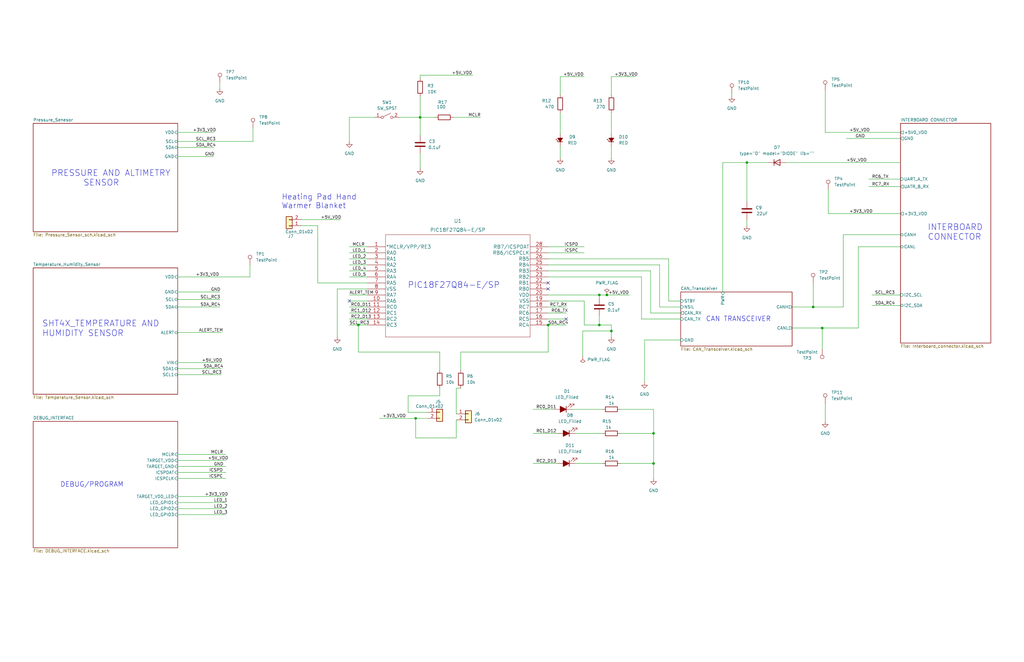
<source format=kicad_sch>
(kicad_sch (version 20211123) (generator eeschema)
  (paper "B")
  (title_block (title "ColodaroCUBE Payloads") (date "2022-01-26"))
  (lib_symbols
    (symbol "2022-01-25_01-41-04:PIC18F27Q84-E{slash}SP" (pin_names (offset 0.254))
      (property "Reference" "U" (at 38.1 10.16 0))
      (property "Value" "PIC18F27Q84-E{slash}SP" (at 38.1 7.62 0))
      (symbol "PIC18F27Q84-E{slash}SP_1_1"
        (polyline (pts (xy 7.62 -38.1) (xy 68.58 -38.1)) (stroke (width 0.127)))
        (polyline (pts (xy 7.62 5.08) (xy 7.62 -38.1)) (stroke (width 0.127)))
        (polyline (pts (xy 68.58 -38.1) (xy 68.58 5.08)) (stroke (width 0.127)))
        (polyline (pts (xy 68.58 5.08) (xy 7.62 5.08)) (stroke (width 0.127)))
        (pin bidirectional line (at 0 0 0) (length 7.62) (name "*MCLR/VPP/RE3") (number "1"))
        (pin bidirectional line (at 0 -22.86 0) (length 7.62) (name "RA6") (number "10"))
        (pin bidirectional line (at 0 -25.4 0) (length 7.62) (name "RC0") (number "11"))
        (pin bidirectional line (at 0 -27.94 0) (length 7.62) (name "RC1") (number "12"))
        (pin bidirectional line (at 0 -30.48 0) (length 7.62) (name "RC2") (number "13"))
        (pin bidirectional line (at 0 -33.02 0) (length 7.62) (name "RC3") (number "14"))
        (pin bidirectional line (at 76.2 -33.02 180) (length 7.62) (name "RC4") (number "15"))
        (pin bidirectional line (at 76.2 -30.48 180) (length 7.62) (name "RC5") (number "16"))
        (pin bidirectional line (at 76.2 -27.94 180) (length 7.62) (name "RC6") (number "17"))
        (pin bidirectional line (at 76.2 -25.4 180) (length 7.62) (name "RC7") (number "18"))
        (pin power_in line (at 76.2 -22.86 180) (length 7.62) (name "VSS") (number "19"))
        (pin bidirectional line (at 0 -2.54 0) (length 7.62) (name "RA0") (number "2"))
        (pin power_in line (at 76.2 -20.32 180) (length 7.62) (name "VDD") (number "20"))
        (pin bidirectional line (at 76.2 -17.78 180) (length 7.62) (name "RB0") (number "21"))
        (pin bidirectional line (at 76.2 -15.24 180) (length 7.62) (name "RB1") (number "22"))
        (pin bidirectional line (at 76.2 -12.7 180) (length 7.62) (name "RB2") (number "23"))
        (pin bidirectional line (at 76.2 -10.16 180) (length 7.62) (name "RB3") (number "24"))
        (pin bidirectional line (at 76.2 -7.62 180) (length 7.62) (name "RB4") (number "25"))
        (pin bidirectional line (at 76.2 -5.08 180) (length 7.62) (name "RB5") (number "26"))
        (pin bidirectional line (at 76.2 -2.54 180) (length 7.62) (name "RB6/ICSPCLK") (number "27"))
        (pin bidirectional line (at 76.2 0 180) (length 7.62) (name "RB7/ICSPDAT") (number "28"))
        (pin bidirectional line (at 0 -5.08 0) (length 7.62) (name "RA1") (number "3"))
        (pin bidirectional line (at 0 -7.62 0) (length 7.62) (name "RA2") (number "4"))
        (pin bidirectional line (at 0 -10.16 0) (length 7.62) (name "RA3") (number "5"))
        (pin bidirectional line (at 0 -12.7 0) (length 7.62) (name "RA4") (number "6"))
        (pin bidirectional line (at 0 -15.24 0) (length 7.62) (name "RA5") (number "7"))
        (pin power_in line (at 0 -17.78 0) (length 7.62) (name "VSS") (number "8"))
        (pin bidirectional line (at 0 -20.32 0) (length 7.62) (name "RA7") (number "9"))
      )
    )
    (symbol "Connector:TestPoint" (pin_numbers hide) (pin_names (offset 0.762) hide)
      (property "Reference" "TP" (at 0 6.858 0))
      (property "Value" "TestPoint" (at 0 5.08 0))
      (symbol "TestPoint_0_1"
        (circle (center 0 3.302) (radius 0.762))
      )
      (symbol "TestPoint_1_1"
        (pin passive line (at 0 0 90) (length 2.54) (name "1") (number "1"))
      )
    )
    (symbol "Connector_Generic:Conn_01x02" (pin_names (offset 1.016) hide)
      (property "Reference" "J" (at 0 2.54 0))
      (property "Value" "Conn_01x02" (at 0 -5.08 0))
      (symbol "Conn_01x02_1_1"
        (rectangle (start -1.27 -2.413) (end 0 -2.667) (stroke (width 0.1524)))
        (rectangle (start -1.27 0.127) (end 0 -0.127) (stroke (width 0.1524)))
        (rectangle (start -1.27 1.27) (end 1.27 -3.81) (stroke (width 0.254)) (fill (type background)))
        (pin passive line (at -5.08 0 0) (length 3.81) (name "Pin_1") (number "1"))
        (pin passive line (at -5.08 -2.54 0) (length 3.81) (name "Pin_2") (number "2"))
      )
    )
    (symbol "Device:C" (pin_numbers hide) (pin_names (offset 0.254))
      (property "Reference" "C" (at 0.635 2.54 0))
      (property "Value" "C" (at 0.635 -2.54 0))
      (symbol "C_0_1"
        (polyline (pts (xy -2.032 -0.762) (xy 2.032 -0.762)) (stroke (width 0.508)))
        (polyline (pts (xy -2.032 0.762) (xy 2.032 0.762)) (stroke (width 0.508)))
      )
      (symbol "C_1_1"
        (pin passive line (at 0 3.81 270) (length 2.794) (name "~") (number "1"))
        (pin passive line (at 0 -3.81 90) (length 2.794) (name "~") (number "2"))
      )
    )
    (symbol "Device:LED_Filled" (pin_numbers hide) (pin_names (offset 1.016) hide)
      (property "Reference" "D" (at 0 2.54 0))
      (property "Value" "LED_Filled" (at 0 -2.54 0))
      (symbol "LED_Filled_0_1"
        (polyline (pts (xy -1.27 -1.27) (xy -1.27 1.27)) (stroke (width 0.254)))
        (polyline (pts (xy -1.27 0) (xy 1.27 0)))
        (polyline (pts (xy 1.27 -1.27) (xy 1.27 1.27) (xy -1.27 0) (xy 1.27 -1.27)) (stroke (width 0.254)) (fill (type outline)))
        (polyline (pts (xy -3.048 -0.762) (xy -4.572 -2.286) (xy -3.81 -2.286) (xy -4.572 -2.286) (xy -4.572 -1.524)))
        (polyline (pts (xy -1.778 -0.762) (xy -3.302 -2.286) (xy -2.54 -2.286) (xy -3.302 -2.286) (xy -3.302 -1.524)))
      )
      (symbol "LED_Filled_1_1"
        (pin passive line (at -3.81 0 0) (length 2.54) (name "K") (number "1"))
        (pin passive line (at 3.81 0 180) (length 2.54) (name "A") (number "2"))
      )
    )
    (symbol "Device:LED_Small_Filled" (pin_numbers hide) (pin_names (offset 0.254) hide)
      (property "Reference" "D" (at -1.27 3.175 0))
      (property "Value" "LED_Small_Filled" (at -4.445 -2.54 0))
      (symbol "LED_Small_Filled_0_1"
        (polyline (pts (xy -0.762 -1.016) (xy -0.762 1.016)) (stroke (width 0.254)))
        (polyline (pts (xy 1.016 0) (xy -0.762 0)))
        (polyline (pts (xy 0.762 -1.016) (xy -0.762 0) (xy 0.762 1.016) (xy 0.762 -1.016)) (stroke (width 0.254)) (fill (type outline)))
        (polyline (pts (xy 0 0.762) (xy -0.508 1.27) (xy -0.254 1.27) (xy -0.508 1.27) (xy -0.508 1.016)))
        (polyline (pts (xy 0.508 1.27) (xy 0 1.778) (xy 0.254 1.778) (xy 0 1.778) (xy 0 1.524)))
      )
      (symbol "LED_Small_Filled_1_1"
        (pin passive line (at -2.54 0 0) (length 1.778) (name "K") (number "1"))
        (pin passive line (at 2.54 0 180) (length 1.778) (name "A") (number "2"))
      )
    )
    (symbol "Device:R" (pin_numbers hide) (pin_names (offset 0))
      (property "Reference" "R" (at 2.032 0 90))
      (property "Value" "R" (at 0 0 90))
      (symbol "R_0_1"
        (rectangle (start -1.016 -2.54) (end 1.016 2.54) (stroke (width 0.254)))
      )
      (symbol "R_1_1"
        (pin passive line (at 0 3.81 270) (length 1.27) (name "~") (number "1"))
        (pin passive line (at 0 -3.81 90) (length 1.27) (name "~") (number "2"))
      )
    )
    (symbol "Simulation_SPICE:DIODE" (pin_numbers hide) (pin_names (offset 1.016) hide)
      (property "Reference" "D" (at 0 2.54 0))
      (property "Value" "DIODE" (at 0 -2.54 0))
      (symbol "DIODE_0_1"
        (polyline (pts (xy 1.27 0) (xy -1.27 0)))
        (polyline (pts (xy 1.27 1.27) (xy 1.27 -1.27)) (stroke (width 0.254)))
        (polyline (pts (xy -1.27 -1.27) (xy -1.27 1.27) (xy 1.27 0) (xy -1.27 -1.27)) (stroke (width 0.254)))
      )
      (symbol "DIODE_1_1"
        (pin passive line (at -3.81 0 0) (length 2.54) (name "A") (number "1"))
        (pin passive line (at 3.81 0 180) (length 2.54) (name "K") (number "2"))
      )
    )
    (symbol "Switch:SW_SPST" (pin_names (offset 0) hide)
      (property "Reference" "SW" (at 0 3.175 0))
      (property "Value" "SW_SPST" (at 0 -2.54 0))
      (symbol "SW_SPST_0_0"
        (circle (center -2.032 0) (radius 0.508))
        (polyline (pts (xy -1.524 0.254) (xy 1.524 1.778)))
        (circle (center 2.032 0) (radius 0.508))
      )
      (symbol "SW_SPST_1_1"
        (pin passive line (at -5.08 0 0) (length 2.54) (name "A") (number "1"))
        (pin passive line (at 5.08 0 180) (length 2.54) (name "B") (number "2"))
      )
    )
    (symbol "power:GND" (power) (pin_names (offset 0))
      (property "Value" "GND" (at 0 -3.81 0))
      (symbol "GND_0_1"
        (polyline (pts (xy 0 0) (xy 0 -1.27) (xy 1.27 -1.27) (xy 0 -2.54) (xy -1.27 -1.27) (xy 0 -1.27)))
      )
      (symbol "GND_1_1"
        (pin power_in line (at 0 0 270) (length 0) hide (name "GND") (number "1"))
      )
    )
    (symbol "power:PWR_FLAG" (power) (pin_numbers hide) (pin_names (offset 0) hide)
      (property "Value" "PWR_FLAG" (at 0 3.81 0))
      (symbol "PWR_FLAG_0_0"
        (pin power_out line (at 0 0 90) (length 0) (name "pwr") (number "1"))
      )
      (symbol "PWR_FLAG_0_1"
        (polyline (pts (xy 0 0) (xy 0 1.27) (xy -1.016 1.905) (xy 0 2.54) (xy 1.016 1.905) (xy 0 1.27)))
      )
    )
  )
  (junction (at 275.59 195.58))
  (junction (at 177.165 49.53))
  (junction (at 255.905 124.46))
  (junction (at 275.59 182.88))
  (junction (at 252.73 137.16))
  (junction (at 342.9 129.54))
  (junction (at 252.73 124.46))
  (junction (at 257.81 139.7))
  (junction (at 151.13 137.16))
  (junction (at 175.26 176.53))
  (junction (at 346.71 138.43))
  (junction (at 314.96 68.58))
  (junction (at 231.14 137.16))
  (no_connect (at 231.14 119.38))
  (no_connect (at 231.14 121.92))
  (no_connect (at 238.76 134.62))
  (no_connect (at 147.32 127))
  (wire (pts (xy 366.395 75.565) (xy 379.73 75.565)))
  (wire (pts (xy 127 95.25) (xy 133.985 95.25)))
  (wire (pts (xy 177.165 49.53) (xy 183.515 49.53)))
  (wire (pts (xy 74.93 126.365) (xy 92.71 126.365)))
  (wire (pts (xy 278.13 111.76) (xy 278.13 129.54)))
  (wire (pts (xy 355.6 99.06) (xy 355.6 129.54)))
  (wire (pts (xy 192.405 163.83) (xy 194.31 163.83)))
  (wire (pts (xy 74.93 201.93) (xy 95.25 201.93)))
  (wire (pts (xy 175.26 176.53) (xy 180.34 176.53)))
  (wire (pts (xy 147.32 132.08) (xy 154.94 132.08)))
  (wire (pts (xy 147.32 127) (xy 154.94 127)))
  (wire (pts (xy 74.93 209.55) (xy 95.25 209.55)))
  (wire (pts (xy 367.665 128.905) (xy 379.73 128.905)))
  (wire (pts (xy 231.14 104.14) (xy 246.38 104.14)))
  (wire (pts (xy 74.93 199.39) (xy 95.25 199.39)))
  (wire (pts (xy 192.405 177.165) (xy 192.405 184.785)))
  (wire (pts (xy 231.14 114.3) (xy 274.32 114.3)))
  (wire (pts (xy 147.32 116.84) (xy 154.94 116.84)))
  (wire (pts (xy 304.8 68.58) (xy 304.8 123.19)))
  (wire (pts (xy 236.22 40.005) (xy 236.22 32.385)))
  (wire (pts (xy 242.57 182.88) (xy 254 182.88)))
  (wire (pts (xy 342.9 119.38) (xy 342.9 129.54)))
  (wire (pts (xy 74.93 212.09) (xy 95.25 212.09)))
  (wire (pts (xy 224.79 195.58) (xy 234.95 195.58)))
  (wire (pts (xy 274.32 132.08) (xy 287.02 132.08)))
  (wire (pts (xy 185.42 156.21) (xy 185.42 148.59)))
  (wire (pts (xy 255.905 124.46) (xy 265.43 124.46)))
  (wire (pts (xy 192.405 174.625) (xy 192.405 163.83)))
  (wire (pts (xy 192.405 184.785) (xy 175.26 184.785)))
  (wire (pts (xy 177.165 64.77) (xy 177.165 71.12)))
  (wire (pts (xy 133.985 95.25) (xy 133.985 119.38)))
  (wire (pts (xy 231.14 106.68) (xy 246.38 106.68)))
  (wire (pts (xy 224.79 172.72) (xy 233.68 172.72)))
  (wire (pts (xy 257.81 47.625) (xy 257.81 56.515)))
  (wire (pts (xy 74.93 217.17) (xy 95.25 217.17)))
  (wire (pts (xy 367.665 124.46) (xy 379.73 124.46)))
  (wire (pts (xy 236.22 47.625) (xy 236.22 56.515)))
  (wire (pts (xy 349.25 90.17) (xy 379.73 90.17)))
  (wire (pts (xy 281.94 109.22) (xy 281.94 127)))
  (wire (pts (xy 281.94 127) (xy 287.02 127)))
  (wire (pts (xy 177.165 31.75) (xy 199.39 31.75)))
  (wire (pts (xy 349.25 80.01) (xy 349.25 90.17)))
  (wire (pts (xy 356.87 58.42) (xy 379.73 58.42)))
  (wire (pts (xy 275.59 182.88) (xy 275.59 195.58)))
  (wire (pts (xy 177.165 33.02) (xy 177.165 31.75)))
  (wire (pts (xy 147.32 137.16) (xy 151.13 137.16)))
  (wire (pts (xy 147.32 114.3) (xy 154.94 114.3)))
  (wire (pts (xy 151.13 148.59) (xy 151.13 137.16)))
  (wire (pts (xy 257.81 137.16) (xy 252.73 137.16)))
  (wire (pts (xy 177.165 49.53) (xy 177.165 57.15)))
  (wire (pts (xy 74.93 129.54) (xy 92.71 129.54)))
  (wire (pts (xy 257.81 61.595) (xy 257.81 66.675)))
  (wire (pts (xy 231.14 129.54) (xy 238.76 129.54)))
  (wire (pts (xy 275.59 195.58) (xy 275.59 201.93)))
  (wire (pts (xy 151.13 137.16) (xy 154.94 137.16)))
  (wire (pts (xy 74.93 59.69) (xy 106.68 59.69)))
  (wire (pts (xy 74.93 55.88) (xy 90.17 55.88)))
  (wire (pts (xy 74.93 191.77) (xy 95.25 191.77)))
  (wire (pts (xy 231.14 137.16) (xy 238.76 137.16)))
  (wire (pts (xy 261.62 172.72) (xy 275.59 172.72)))
  (wire (pts (xy 346.71 138.43) (xy 346.71 147.32)))
  (wire (pts (xy 147.32 124.46) (xy 154.94 124.46)))
  (wire (pts (xy 261.62 182.88) (xy 275.59 182.88)))
  (wire (pts (xy 270.51 134.62) (xy 287.02 134.62)))
  (wire (pts (xy 172.085 173.99) (xy 180.34 173.99)))
  (wire (pts (xy 147.32 134.62) (xy 154.94 134.62)))
  (wire (pts (xy 105.41 111.76) (xy 105.41 116.84)))
  (wire (pts (xy 242.57 195.58) (xy 254 195.58)))
  (wire (pts (xy 274.32 114.3) (xy 274.32 132.08)))
  (wire (pts (xy 142.24 121.92) (xy 142.24 142.24)))
  (wire (pts (xy 231.14 134.62) (xy 238.76 134.62)))
  (wire (pts (xy 347.98 55.88) (xy 379.73 55.88)))
  (wire (pts (xy 231.14 127) (xy 246.38 127)))
  (wire (pts (xy 246.38 127) (xy 246.38 137.16)))
  (wire (pts (xy 261.62 195.58) (xy 275.59 195.58)))
  (wire (pts (xy 257.81 32.385) (xy 267.97 32.385)))
  (wire (pts (xy 147.32 129.54) (xy 154.94 129.54)))
  (wire (pts (xy 194.31 148.59) (xy 231.14 148.59)))
  (wire (pts (xy 231.14 109.22) (xy 281.94 109.22)))
  (wire (pts (xy 224.79 182.88) (xy 234.95 182.88)))
  (wire (pts (xy 74.93 66.04) (xy 90.17 66.04)))
  (wire (pts (xy 74.93 158.115) (xy 93.345 158.115)))
  (wire (pts (xy 74.93 140.335) (xy 93.345 140.335)))
  (wire (pts (xy 127 92.71) (xy 143.51 92.71)))
  (wire (pts (xy 346.71 138.43) (xy 361.95 138.43)))
  (wire (pts (xy 361.95 104.14) (xy 361.95 138.43)))
  (wire (pts (xy 236.22 61.595) (xy 236.22 66.675)))
  (wire (pts (xy 74.93 196.85) (xy 95.25 196.85)))
  (wire (pts (xy 355.6 99.06) (xy 379.73 99.06)))
  (wire (pts (xy 185.42 163.83) (xy 185.42 167.005)))
  (wire (pts (xy 158.115 49.53) (xy 147.32 49.53)))
  (wire (pts (xy 245.745 150.495) (xy 245.745 139.7)))
  (wire (pts (xy 74.93 62.23) (xy 90.17 62.23)))
  (wire (pts (xy 278.13 129.54) (xy 287.02 129.54)))
  (wire (pts (xy 194.31 156.21) (xy 194.31 148.59)))
  (wire (pts (xy 304.8 68.58) (xy 314.96 68.58)))
  (wire (pts (xy 314.96 92.71) (xy 314.96 95.25)))
  (wire (pts (xy 231.14 116.84) (xy 270.51 116.84)))
  (wire (pts (xy 185.42 167.005) (xy 172.085 167.005)))
  (wire (pts (xy 168.275 49.53) (xy 177.165 49.53)))
  (wire (pts (xy 257.81 139.7) (xy 257.81 142.24)))
  (wire (pts (xy 231.14 124.46) (xy 252.73 124.46)))
  (wire (pts (xy 366.395 78.74) (xy 379.73 78.74)))
  (wire (pts (xy 147.32 49.53) (xy 147.32 59.69)))
  (wire (pts (xy 147.32 109.22) (xy 154.94 109.22)))
  (wire (pts (xy 231.14 132.08) (xy 238.76 132.08)))
  (wire (pts (xy 361.95 104.14) (xy 379.73 104.14)))
  (wire (pts (xy 175.26 184.785) (xy 175.26 176.53)))
  (wire (pts (xy 347.98 38.1) (xy 347.98 55.88)))
  (wire (pts (xy 92.71 34.925) (xy 92.71 37.465)))
  (wire (pts (xy 270.51 116.84) (xy 270.51 134.62)))
  (wire (pts (xy 252.73 124.46) (xy 252.73 125.73)))
  (wire (pts (xy 334.01 129.54) (xy 342.9 129.54)))
  (wire (pts (xy 308.61 39.37) (xy 308.61 40.64)))
  (wire (pts (xy 314.96 68.58) (xy 314.96 85.09)))
  (wire (pts (xy 74.93 116.84) (xy 105.41 116.84)))
  (wire (pts (xy 74.93 194.31) (xy 95.25 194.31)))
  (wire (pts (xy 74.93 155.575) (xy 93.345 155.575)))
  (wire (pts (xy 147.32 106.68) (xy 154.94 106.68)))
  (wire (pts (xy 106.68 53.975) (xy 106.68 59.69)))
  (wire (pts (xy 257.81 137.16) (xy 257.81 139.7)))
  (wire (pts (xy 142.24 121.92) (xy 154.94 121.92)))
  (wire (pts (xy 241.3 172.72) (xy 254 172.72)))
  (wire (pts (xy 347.98 170.18) (xy 347.98 177.8)))
  (wire (pts (xy 257.81 40.005) (xy 257.81 32.385)))
  (wire (pts (xy 271.78 143.51) (xy 271.78 161.29)))
  (wire (pts (xy 252.73 133.35) (xy 252.73 137.16)))
  (wire (pts (xy 185.42 148.59) (xy 151.13 148.59)))
  (wire (pts (xy 231.14 111.76) (xy 278.13 111.76)))
  (wire (pts (xy 236.22 32.385) (xy 246.38 32.385)))
  (wire (pts (xy 252.73 124.46) (xy 255.905 124.46)))
  (wire (pts (xy 133.985 119.38) (xy 154.94 119.38)))
  (wire (pts (xy 275.59 172.72) (xy 275.59 182.88)))
  (wire (pts (xy 74.93 153.035) (xy 93.345 153.035)))
  (wire (pts (xy 231.14 148.59) (xy 231.14 137.16)))
  (wire (pts (xy 177.165 40.64) (xy 177.165 49.53)))
  (wire (pts (xy 147.32 104.14) (xy 154.94 104.14)))
  (wire (pts (xy 271.78 143.51) (xy 287.02 143.51)))
  (wire (pts (xy 147.32 111.76) (xy 154.94 111.76)))
  (wire (pts (xy 74.93 214.63) (xy 95.25 214.63)))
  (wire (pts (xy 245.745 139.7) (xy 257.81 139.7)))
  (wire (pts (xy 314.96 68.58) (xy 323.85 68.58)))
  (wire (pts (xy 172.085 167.005) (xy 172.085 173.99)))
  (wire (pts (xy 342.9 129.54) (xy 355.6 129.54)))
  (wire (pts (xy 246.38 137.16) (xy 252.73 137.16)))
  (wire (pts (xy 160.02 176.53) (xy 175.26 176.53)))
  (wire (pts (xy 331.47 68.58) (xy 379.73 68.58)))
  (wire (pts (xy 334.01 138.43) (xy 346.71 138.43)))
  (wire (pts (xy 191.135 49.53) (xy 202.565 49.53)))
  (wire (pts (xy 74.93 123.19) (xy 92.71 123.19)))
  (text "PRESSURE AND ALTIMETRY \n       SENSOR" (at 21.59 78.74 0) (effects (font (size 2.54 2.54)) (justify left bottom)))
  (text "PIC18F27Q84-E/SP" (at 210.82 121.92 180) (effects (font (size 2.54 2.54)) (justify right bottom)))
  (text "DEBUG/PROGRAM" (at 25.4 205.74 0) (effects (font (size 2.032 2.032)) (justify left bottom)))
  (text "Heating Pad Hand \nWarmer Blanket " (at 118.745 88.265 0) (effects (font (size 2.286 2.286)) (justify left bottom)))
  (text "CAN TRANSCEIVER" (at 325.12 135.89 180) (effects (font (size 2.032 2.032)) (justify right bottom)))
  (text "INTERBOARD \nCONNECTOR" (at 391.16 101.6 0) (effects (font (size 2.54 2.54)) (justify left bottom)))
  (text "SHT4X_TEMPERATURE AND\nHUMIDITY SENSOR" (at 17.78 142.24 0) (effects (font (size 2.54 2.54)) (justify left bottom)))
  (label "LED_1" (at 148.59 106.68 0))
  (label "RC0_D11" (at 226.06 172.72 0))
  (label "RC7_RX" (at 367.665 78.74 0))
  (label "RC7_RX" (at 231.775 129.54 0))
  (label "LED_3" (at 148.59 111.76 0))
  (label "SDA_RC4" (at 82.55 62.23 0))
  (label "RC0_D11" (at 147.955 129.54 0))
  (label "SCL_RC3" (at 368.935 124.46 0))
  (label "GND" (at 90.17 196.85 0))
  (label "+3V3_VDD" (at 81.28 55.88 0))
  (label "+5V_VDD" (at 190.5 31.75 0))
  (label "+5V_VDD" (at 237.49 32.385 0))
  (label "+5V_VDD" (at 135.255 92.71 0))
  (label "+5V_VDD" (at 356.87 68.58 0))
  (label "SCL_RC3" (at 84.455 126.365 0))
  (label "SCL_RC3" (at 85.09 158.115 0))
  (label "MCLR" (at 148.59 104.14 0))
  (label "ICSPD" (at 93.98 199.39 180))
  (label "LED_4" (at 148.59 114.3 0))
  (label "GND" (at 88.9 123.19 0))
  (label "+3V3_VDD" (at 358.14 90.17 0))
  (label "+5V_VDD" (at 256.54 124.46 0))
  (label "ICSPC" (at 93.98 201.93 180))
  (label "RC6_TX" (at 232.41 132.08 0))
  (label "SDA_RC4" (at 84.455 129.54 0))
  (label "RC1_D12" (at 147.955 132.08 0))
  (label "RC2_D13" (at 226.06 195.58 0))
  (label "GND" (at 360.68 58.42 0))
  (label "LED_2" (at 148.59 109.22 0))
  (label "+5V_VDD" (at 85.09 153.035 0))
  (label "+5V_VDD" (at 358.14 55.88 0))
  (label "SDA_RC4" (at 231.14 137.16 0))
  (label "MCLR" (at 197.485 49.53 0))
  (label "SDA_RC4" (at 368.935 128.905 0))
  (label "+3V3_VDD" (at 86.36 209.55 0))
  (label "MCLR" (at 88.9 191.77 0))
  (label "SCL_RC3" (at 147.32 137.16 0))
  (label "GND" (at 86.36 66.04 0))
  (label "LED_1" (at 90.17 212.09 0))
  (label "ICSPC" (at 243.84 106.68 180))
  (label "SDA_RC4" (at 85.725 155.575 0))
  (label "ALERT_TEM" (at 147.32 124.46 0))
  (label "SCL_RC3" (at 82.55 59.69 0))
  (label "RC1_D12" (at 226.06 182.88 0))
  (label "LED_5" (at 148.59 116.84 0))
  (label "RC6_TX" (at 367.665 75.565 0))
  (label "+5V_VDD" (at 87.63 194.31 0))
  (label "+3V3_VDD" (at 161.29 176.53 0))
  (label "RC2_D13" (at 147.955 134.62 0))
  (label "LED_2" (at 90.17 214.63 0))
  (label "LED_3" (at 90.17 217.17 0))
  (label "ALERT_TEM" (at 83.82 140.335 0))
  (label "ICSPD" (at 243.84 104.14 180))
  (label "+3V3_VDD" (at 82.55 116.84 0))
  (label "+3V3_VDD" (at 259.08 32.385 0))
  (symbol (lib_id "power:PWR_FLAG") (at 245.745 150.495 180) (unit 1)
    (property "Reference" "#FLG0104" (effects hide))
    (property "Value" "PWR_FLAG" (at 247.65 151.7649 0) (effects (justify right)))
  )
  (symbol (lib_id "Device:LED_Small_Filled") (at 257.81 59.055 90) (unit 1)
    (property "Reference" "D10" (at 262.89 57.785 90))
    (property "Value" "RED" (at 262.89 60.325 90))
    (property "Footprint" "LED_SMD:LED_1210_3225Metric_Pad1.42x2.65mm_HandSolder" (effects hide))
  )
  (symbol (lib_id "power:GND") (at 142.24 142.24 0) (unit 1)
    (property "Reference" "#PWR0102" (effects hide))
    (property "Value" "GND" (at 142.24 147.32 0))
  )
  (symbol (lib_id "Switch:SW_SPST") (at 163.195 49.53 0) (unit 1)
    (property "Reference" "SW1" (at 163.195 43.18 0))
    (property "Value" "SW_SPST" (at 163.195 45.72 0))
    (property "Footprint" "Button_Switch_SMD:SW_Push_SPST_NO_Alps_SKRK" (effects hide))
  )
  (symbol (lib_id "2022-01-25_01-41-04:PIC18F27Q84-E{slash}SP") (at 154.94 104.14 0) (unit 1)
    (property "Reference" "U1" (at 193.04 93.218 0) (effects (font (size 1.524 1.524))))
    (property "Value" "PIC18F27Q84-E/SP" (at 193.04 97.028 0) (effects (font (size 1.524 1.524))))
    (property "Footprint" "footprintsSP:PIC18F27Q84-E&slash_SP" (effects hide))
  )
  (symbol (lib_id "Connector:TestPoint") (at 106.68 53.975 0) (unit 1)
    (property "Reference" "TP8" (at 109.22 49.4029 0) (effects (justify left)))
    (property "Value" "TestPoint" (at 109.22 51.9429 0) (effects (justify left)))
    (property "Footprint" "TestPoint:TestPoint_2Pads_Pitch2.54mm_Drill0.8mm" (effects hide))
  )
  (symbol (lib_id "Device:LED_Small_Filled") (at 236.22 59.055 90) (unit 1)
    (property "Reference" "D9" (at 241.3 57.785 90))
    (property "Value" "RED" (at 241.3 60.325 90))
    (property "Footprint" "LED_SMD:LED_1210_3225Metric_Pad1.42x2.65mm_HandSolder" (effects hide))
  )
  (symbol (lib_id "Device:C") (at 314.96 88.9 180) (unit 1)
    (property "Reference" "C9" (at 321.31 87.63 0) (effects (justify left)))
    (property "Value" "22uF" (at 323.85 90.17 0) (effects (justify left)))
    (property "Footprint" "Capacitor_SMD:C_1210_3225Metric_Pad1.33x2.70mm_HandSolder" (effects hide))
    (property "Voltage" "25V" (effects hide))
    (property "Mfr. #" "CL10B104KA8NNNC" (effects hide))
    (property "Order" "https://www.digikey.com/product-detail/en/samsung-electro-mechanics/CL10B104KA8NNNC/1276-1006-1-ND/3889092" (effects hide))
  )
  (symbol (lib_id "Connector:TestPoint") (at 347.98 170.18 0) (unit 1)
    (property "Reference" "TP11" (at 350.52 165.6079 0) (effects (justify left)))
    (property "Value" "TestPoint" (at 350.52 168.1479 0) (effects (justify left)))
    (property "Footprint" "TestPoint:TestPoint_2Pads_Pitch2.54mm_Drill0.8mm" (effects hide))
  )
  (symbol (lib_id "power:GND") (at 314.96 95.25 0) (unit 1)
    (property "Reference" "#PWR04" (effects hide))
    (property "Value" "GND" (at 314.96 100.33 0))
  )
  (symbol (lib_id "Connector:TestPoint") (at 105.41 111.76 0) (unit 1)
    (property "Reference" "TP1" (at 107.95 107.1879 0) (effects (justify left)))
    (property "Value" "TestPoint" (at 107.95 109.7279 0) (effects (justify left)))
    (property "Footprint" "TestPoint:TestPoint_2Pads_Pitch2.54mm_Drill0.8mm" (effects hide))
  )
  (symbol (lib_id "Device:C") (at 177.165 60.96 180) (unit 1)
    (property "Reference" "C3" (at 183.515 59.69 0) (effects (justify left)))
    (property "Value" "0.1uF" (at 186.055 62.23 0) (effects (justify left)))
    (property "Footprint" "Capacitor_SMD:C_1210_3225Metric_Pad1.33x2.70mm_HandSolder" (effects hide))
    (property "Voltage" "25V" (effects hide))
    (property "Mfr. #" "CL10B104KA8NNNC" (effects hide))
    (property "Order" "https://www.digikey.com/product-detail/en/samsung-electro-mechanics/CL10B104KA8NNNC/1276-1006-1-ND/3889092" (effects hide))
  )
  (symbol (lib_id "Connector:TestPoint") (at 349.25 80.01 0) (unit 1)
    (property "Reference" "TP4" (at 351.79 75.4379 0) (effects (justify left)))
    (property "Value" "TestPoint" (at 351.79 77.9779 0) (effects (justify left)))
    (property "Footprint" "TestPoint:TestPoint_2Pads_Pitch2.54mm_Drill0.8mm" (effects hide))
  )
  (symbol (lib_id "Device:R") (at 257.81 195.58 90) (unit 1)
    (property "Reference" "R16" (at 259.08 190.5 90) (effects (justify left)))
    (property "Value" "1k" (at 259.08 193.04 90) (effects (justify left)))
    (property "Footprint" "Resistor_SMD:R_2010_5025Metric_Pad1.40x2.65mm_HandSolder" (effects hide))
  )
  (symbol (lib_id "power:GND") (at 92.71 37.465 0) (unit 1)
    (property "Reference" "#PWR06" (effects hide))
    (property "Value" "GND" (at 92.71 42.545 0))
  )
  (symbol (lib_id "power:GND") (at 347.98 177.8 0) (unit 1)
    (property "Reference" "#PWR0103" (effects hide))
    (property "Value" "GND" (at 347.98 182.88 0))
  )
  (symbol (lib_id "Device:LED_Filled") (at 238.76 195.58 180) (unit 1)
    (property "Reference" "D11" (at 240.3475 187.96 0))
    (property "Value" "LED_Filled" (at 240.3475 190.5 0))
    (property "Footprint" "LED_SMD:LED_2512_6332Metric_Pad1.52x3.35mm_HandSolder" (effects hide))
  )
  (symbol (lib_id "power:GND") (at 257.81 66.675 0) (unit 1)
    (property "Reference" "#PWR011" (effects hide))
    (property "Value" "GND" (at 257.81 71.755 0))
  )
  (symbol (lib_id "Connector:TestPoint") (at 347.98 38.1 0) (unit 1)
    (property "Reference" "TP5" (at 350.52 33.5279 0) (effects (justify left)))
    (property "Value" "TestPoint" (at 350.52 36.0679 0) (effects (justify left)))
    (property "Footprint" "TestPoint:TestPoint_2Pads_Pitch2.54mm_Drill0.8mm" (effects hide))
  )
  (symbol (lib_id "Device:R") (at 236.22 43.815 180) (unit 1)
    (property "Reference" "R12" (at 232.41 42.545 0) (effects (justify left)))
    (property "Value" "470" (at 233.68 45.085 0) (effects (justify left)))
    (property "Footprint" "Resistor_SMD:R_2010_5025Metric_Pad1.40x2.65mm_HandSolder" (effects hide))
  )
  (symbol (lib_id "Device:LED_Filled") (at 238.76 182.88 180) (unit 1)
    (property "Reference" "D8" (at 240.3475 175.26 0))
    (property "Value" "LED_Filled" (at 240.3475 177.8 0))
    (property "Footprint" "LED_SMD:LED_2512_6332Metric_Pad1.52x3.35mm_HandSolder" (effects hide))
  )
  (symbol (lib_id "power:GND") (at 275.59 201.93 0) (unit 1)
    (property "Reference" "#PWR012" (effects hide))
    (property "Value" "GND" (at 275.59 207.01 0))
  )
  (symbol (lib_id "Simulation_SPICE:DIODE") (at 327.66 68.58 180) (unit 1)
    (property "Reference" "D7" (at 327.66 62.23 0))
    (property "Value" "DIODE" (at 327.66 64.77 0))
    (property "Footprint" "Diode_SMD:D_2512_6332Metric_Pad1.52x3.35mm_HandSolder" (effects hide))
    (property "Spice_Netlist_Enabled" "Y" (effects hide))
    (property "Spice_Primitive" "D" (effects hide))
  )
  (symbol (lib_id "power:GND") (at 257.81 142.24 0) (unit 1)
    (property "Reference" "#PWR03" (effects hide))
    (property "Value" "GND" (at 257.81 147.32 0))
  )
  (symbol (lib_id "Connector_Generic:Conn_01x02") (at 185.42 173.99 0) (unit 1)
    (property "Reference" "J5" (at 183.515 169.545 0) (effects (justify left)))
    (property "Value" "Conn_01x02" (at 175.26 171.45 0) (effects (justify left)))
    (property "Footprint" "Connector_PinHeader_2.54mm:PinHeader_1x02_P2.54mm_Vertical" (effects hide))
  )
  (symbol (lib_id "Connector_Generic:Conn_01x02") (at 121.92 95.25 180) (unit 1)
    (property "Reference" "J7" (at 123.825 99.695 0) (effects (justify left)))
    (property "Value" "Conn_01x02" (at 132.08 97.79 0) (effects (justify left)))
    (property "Footprint" "Connector_PinHeader_2.54mm:PinHeader_1x02_P2.54mm_Vertical" (effects hide))
  )
  (symbol (lib_id "Device:R") (at 177.165 36.83 180) (unit 1)
    (property "Reference" "R3" (at 182.88 36.195 0) (effects (justify left)))
    (property "Value" "10K" (at 184.15 38.735 0) (effects (justify left)))
    (property "Footprint" "Resistor_SMD:R_2010_5025Metric_Pad1.40x2.65mm_HandSolder" (effects hide))
  )
  (symbol (lib_id "Device:R") (at 257.81 43.815 180) (unit 1)
    (property "Reference" "R13" (at 254 42.545 0) (effects (justify left)))
    (property "Value" "270" (at 255.27 45.085 0) (effects (justify left)))
    (property "Footprint" "Resistor_SMD:R_2010_5025Metric_Pad1.40x2.65mm_HandSolder" (effects hide))
  )
  (symbol (lib_id "Device:LED_Filled") (at 237.49 172.72 180) (unit 1)
    (property "Reference" "D1" (at 239.0775 165.1 0))
    (property "Value" "LED_Filled" (at 239.0775 167.64 0))
    (property "Footprint" "LED_SMD:LED_2512_6332Metric_Pad1.52x3.35mm_HandSolder" (effects hide))
  )
  (symbol (lib_id "Device:R") (at 257.81 172.72 90) (unit 1)
    (property "Reference" "R14" (at 259.08 167.64 90) (effects (justify left)))
    (property "Value" "1k" (at 259.08 170.18 90) (effects (justify left)))
    (property "Footprint" "Resistor_SMD:R_2010_5025Metric_Pad1.40x2.65mm_HandSolder" (effects hide))
  )
  (symbol (lib_id "Connector:TestPoint") (at 346.71 147.32 180) (unit 1)
    (property "Reference" "TP3" (at 340.36 151.13 0))
    (property "Value" "TestPoint" (at 340.36 148.59 0))
    (property "Footprint" "TestPoint:TestPoint_2Pads_Pitch2.54mm_Drill0.8mm" (effects hide))
  )
  (symbol (lib_id "Connector:TestPoint") (at 342.9 119.38 0) (unit 1)
    (property "Reference" "TP2" (at 345.44 114.8079 0) (effects (justify left)))
    (property "Value" "TestPoint" (at 345.44 117.3479 0) (effects (justify left)))
    (property "Footprint" "TestPoint:TestPoint_2Pads_Pitch2.54mm_Drill0.8mm" (effects hide))
  )
  (symbol (lib_id "Device:R") (at 194.31 160.02 0) (unit 1)
    (property "Reference" "R6" (at 196.85 158.7499 0) (effects (justify left)))
    (property "Value" "10k" (at 196.85 161.2899 0) (effects (justify left)))
    (property "Footprint" "Resistor_SMD:R_2010_5025Metric_Pad1.40x2.65mm_HandSolder" (effects hide))
  )
  (symbol (lib_id "Connector:TestPoint") (at 92.71 34.925 0) (unit 1)
    (property "Reference" "TP7" (at 95.25 30.3529 0) (effects (justify left)))
    (property "Value" "TestPoint" (at 95.25 32.8929 0) (effects (justify left)))
    (property "Footprint" "TestPoint:TestPoint_2Pads_Pitch2.54mm_Drill0.8mm" (effects hide))
  )
  (symbol (lib_id "Connector:TestPoint") (at 308.61 39.37 0) (unit 1)
    (property "Reference" "TP10" (at 311.15 34.7979 0) (effects (justify left)))
    (property "Value" "TestPoint" (at 311.15 37.3379 0) (effects (justify left)))
    (property "Footprint" "TestPoint:TestPoint_2Pads_Pitch2.54mm_Drill0.8mm" (effects hide))
  )
  (symbol (lib_id "power:GND") (at 236.22 66.675 0) (unit 1)
    (property "Reference" "#PWR010" (effects hide))
    (property "Value" "GND" (at 236.22 71.755 0))
  )
  (symbol (lib_id "power:GND") (at 177.165 71.12 0) (unit 1)
    (property "Reference" "#PWR02" (effects hide))
    (property "Value" "GND" (at 177.165 76.2 0))
  )
  (symbol (lib_id "power:GND") (at 271.78 161.29 0) (unit 1)
    (property "Reference" "#PWR0101" (effects hide))
    (property "Value" "GND" (at 271.78 166.37 0))
  )
  (symbol (lib_id "Device:R") (at 185.42 160.02 0) (unit 1)
    (property "Reference" "R5" (at 187.96 158.7499 0) (effects (justify left)))
    (property "Value" "10k" (at 187.96 161.2899 0) (effects (justify left)))
    (property "Footprint" "Resistor_SMD:R_2010_5025Metric_Pad1.40x2.65mm_HandSolder" (effects hide))
  )
  (symbol (lib_id "power:GND") (at 147.32 59.69 0) (unit 1)
    (property "Reference" "#PWR01" (effects hide))
    (property "Value" "GND" (at 147.32 64.77 0))
  )
  (symbol (lib_id "power:GND") (at 308.61 40.64 0) (unit 1)
    (property "Reference" "#PWR08" (effects hide))
    (property "Value" "GND" (at 308.61 45.72 0))
  )
  (symbol (lib_id "power:PWR_FLAG") (at 255.905 124.46 0) (unit 1)
    (property "Reference" "#FLG0101" (effects hide))
    (property "Value" "PWR_FLAG" (at 255.905 119.38 0))
  )
  (symbol (lib_id "Device:C") (at 252.73 129.54 180) (unit 1)
    (property "Reference" "C5" (at 259.08 128.27 0) (effects (justify left)))
    (property "Value" "0.1uF" (at 261.62 130.81 0) (effects (justify left)))
    (property "Footprint" "Capacitor_SMD:C_1210_3225Metric_Pad1.33x2.70mm_HandSolder" (effects hide))
    (property "Voltage" "25V" (effects hide))
    (property "Mfr. #" "CL10B104KA8NNNC" (effects hide))
    (property "Order" "https://www.digikey.com/product-detail/en/samsung-electro-mechanics/CL10B104KA8NNNC/1276-1006-1-ND/3889092" (effects hide))
  )
  (symbol (lib_id "Device:R") (at 187.325 49.53 90) (unit 1)
    (property "Reference" "R17" (at 188.595 43.18 90) (effects (justify left)))
    (property "Value" "100" (at 187.96 45.085 90) (effects (justify left)))
    (property "Footprint" "Resistor_SMD:R_2010_5025Metric_Pad1.40x2.65mm_HandSolder" (effects hide))
  )
  (symbol (lib_id "Connector_Generic:Conn_01x02") (at 197.485 174.625 0) (unit 1)
    (property "Reference" "J6" (at 200.025 174.6249 0) (effects (justify left)))
    (property "Value" "Conn_01x02" (at 200.025 177.1649 0) (effects (justify left)))
    (property "Footprint" "Connector_PinHeader_2.54mm:PinHeader_1x02_P2.54mm_Vertical" (effects hide))
  )
  (symbol (lib_id "Device:R") (at 257.81 182.88 90) (unit 1)
    (property "Reference" "R15" (at 257.81 177.8 90) (effects (justify left)))
    (property "Value" "1k" (at 257.81 180.34 90) (effects (justify left)))
    (property "Footprint" "Resistor_SMD:R_2010_5025Metric_Pad1.40x2.65mm_HandSolder" (effects hide))
  )
  (sheet (at 13.97 52.07) (size 60.96 45.72) (stroke (width 0.1524))
    (property "Sheet name" "Pressure_Senesor" (at 13.97 51.3584 0) (effects (justify left bottom)))
    (property "Sheet file" "Pressure_Sensor_sch.kicad_sch" (at 13.97 98.3746 0) (effects (justify left top)))
    (pin "VDD" input (at 74.93 55.88 0))
    (pin "GND" input (at 74.93 66.04 0))
    (pin "SDA" bidirectional (at 74.93 62.23 0))
    (pin "SCL" bidirectional (at 74.93 59.69 0))
  )
  (sheet (at 13.97 177.8) (size 60.96 53.34) (stroke (width 0.1524))
    (property "Sheet name" "DEBUG_INTERFACE" (at 13.97 177.0884 0) (effects (justify left bottom)))
    (property "Sheet file" "DEBUG_INTERFACE.kicad_sch" (at 13.97 231.7246 0) (effects (justify left top)))
    (pin "TARGET_VDD" input (at 74.93 194.31 0))
    (pin "ICSPDAT" input (at 74.93 199.39 0))
    (pin "MCLR" input (at 74.93 191.77 0))
    (pin "ICSPCLK" input (at 74.93 201.93 0))
    (pin "LED_GPIO3" input (at 74.93 217.17 0))
    (pin "LED_GPIO1" input (at 74.93 212.09 0))
    (pin "LED_GPIO2" input (at 74.93 214.63 0))
    (pin "TARGET_GND" input (at 74.93 196.85 0))
    (pin "TARGET_VDD_LED" input (at 74.93 209.55 0))
  )
  (sheet (at 13.97 113.03) (size 60.96 53.34) (stroke (width 0.1524))
    (property "Sheet name" "Temperature_Humidity_Sensor" (at 13.97 112.3184 0) (effects (justify left bottom)))
    (property "Sheet file" "Temperature_Sensor.kicad_sch" (at 13.97 166.9546 0) (effects (justify left top)))
    (pin "VDD" input (at 74.93 116.84 0))
    (pin "GND" input (at 74.93 123.19 0))
    (pin "VIN" input (at 74.93 153.035 0))
    (pin "SDA1" bidirectional (at 74.93 155.575 0))
    (pin "SDA" bidirectional (at 74.93 129.54 0))
    (pin "SCL1" bidirectional (at 74.93 158.115 0))
    (pin "SCL" bidirectional (at 74.93 126.365 0))
    (pin "ALERT" bidirectional (at 74.93 140.335 0))
  )
  (sheet (at 287.02 123.19) (size 46.99 22.86) (stroke (width 0.1524))
    (property "Sheet name" "CAN_Transceiver" (at 287.02 122.4784 0) (effects (justify left bottom)))
    (property "Sheet file" "CAN_Transceiver.kicad_sch" (at 287.02 146.6346 0) (effects (justify left top)))
    (pin "CANL" output (at 334.01 138.43 0))
    (pin "CANH" output (at 334.01 129.54 0))
    (pin "GND" input (at 287.02 143.51 180))
    (pin "NSIL" input (at 287.02 129.54 180))
    (pin "CAN_RX" output (at 287.02 132.08 180))
    (pin "STBY" input (at 287.02 127 180))
    (pin "CAN_TX" input (at 287.02 134.62 180))
    (pin "PWR" input (at 304.8 123.19 90))
  )
  (sheet (at 379.73 52.07) (size 38.1 92.71) (stroke (width 0.1524))
    (property "Sheet name" "INTERBOARD CONNECTOR" (at 379.73 51.3584 0) (effects (justify left bottom)))
    (property "Sheet file" "Interboard_connector.kicad_sch" (at 379.73 145.3646 0) (effects (justify left top)))
    (pin "GND" output (at 379.73 58.42 180))
    (pin "CANH" bidirectional (at 379.73 99.06 180))
    (pin "CANL" bidirectional (at 379.73 104.14 180))
    (pin "+5V0_VDD" output (at 379.73 55.88 180))
    (pin "+3V3_VDD" output (at 379.73 90.17 180))
    (pin "UART_A_TX" input (at 379.73 75.565 180))
    (pin "UATR_B_RX" output (at 379.73 78.74 180))
    (pin "I2C_SDA" bidirectional (at 379.73 128.905 180))
    (pin "I2C_SCL" input (at 379.73 124.46 180))
  )
)
</source>
